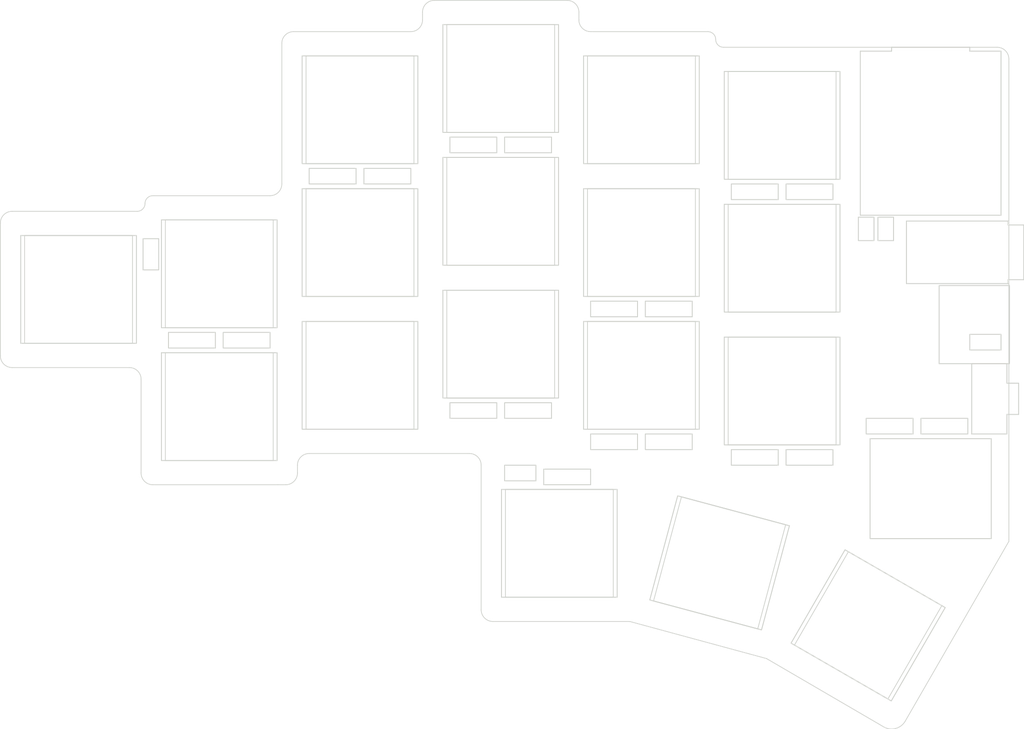
<source format=kicad_pcb>
(kicad_pcb (version 20211014) (generator pcbnew)
  (layers (0 "F.Cu" signal) (31 "B.Cu" signal) (34 "B.Paste" user) (35 "F.Paste" user) (36 "B.SilkS" user "B.Silkscreen") (37 "F.SilkS" user "F.Silkscreen") (38 "B.Mask" user) (39 "F.Mask" user) (44 "Edge.Cuts" user))
  (net 0 "")
  (footprint "zzkeeb:Switch_ChocV1-cutout-top" (layer "F.Cu") (at 149.5 66)
    (fp_text reference "SW4" hide)
    (fp_text value "SW_PUSH" hide)
    (fp_rect (start -6.9 -6.9) (end 6.9 6.9) (layer "Edge.Cuts") (width 0.1) (fill none))
    (fp_rect (start -7.4 -6.9) (end 7.4 6.9) (layer "Edge.Cuts") (width 0.12) (fill none))
  )
  (footprint "zzkeeb:Diode_1N4148-SOD123-cutout" (layer "F.Cu") (at 99 95.5 180)
    (fp_text reference "D6" hide)
    (fp_text value "D_Small" hide)
    (fp_rect (start -3 -1) (end 3 1) (layer "Edge.Cuts") (width 0.12) (fill none))
  )
  (footprint "zzkeeb:Diode_1N4148-SOD123-cutout" (layer "F.Cu") (at 171 110.5 180)
    (fp_text reference "D18" hide)
    (fp_text value "D_Small" hide)
    (fp_rect (start -3 -1) (end 3 1) (layer "Edge.Cuts") (width 0.12) (fill none))
  )
  (footprint "zzkeeb:Diode_1N4148-SOD123-cutout" (layer "F.Cu") (at 153 108.5 180)
    (fp_text reference "D14" hide)
    (fp_text value "D_Small" hide)
    (fp_rect (start -3 -1) (end 3 1) (layer "Edge.Cuts") (width 0.12) (fill none))
  )
  (footprint "zzkeeb:Connector_JST-1x02-2.00mm-cutout" (layer "F.Cu") (at 194.5 95.75 180)
    (fp_text reference "BATTCONN3" hide)
    (fp_text value "Conn_01x02_Female" hide)
    (fp_rect (start -1 -1) (end 3 1) (layer "Edge.Cuts") (width 0.12) (fill none))
  )
  (footprint "zzkeeb:Switch_SPDT-PCM12-cutout" (layer "F.Cu") (at 194.25 103 90)
    (fp_text reference "BATTSW1" hide)
    (fp_text value "SW_SPDT" hide)
    (fp_line (start 2 3.5) (end 2 2) (layer "Edge.Cuts") (width 0.12))
    (fp_line (start 4.5 -2.5) (end -4.5 -2.5) (layer "Edge.Cuts") (width 0.12))
    (fp_line (start -4.5 -2.5) (end -4.5 2) (layer "Edge.Cuts") (width 0.12))
    (fp_line (start 4.5 2) (end 4.5 -2.5) (layer "Edge.Cuts") (width 0.12))
    (fp_line (start 2 2) (end 4.5 2) (layer "Edge.Cuts") (width 0.12))
    (fp_line (start -2 2) (end -2 3.5) (layer "Edge.Cuts") (width 0.12))
    (fp_line (start -4.5 2) (end -2 2) (layer "Edge.Cuts") (width 0.12))
    (fp_line (start -2 3.5) (end 2 3.5) (layer "Edge.Cuts") (width 0.12))
  )
  (footprint "zzkeeb:Switch_ChocV1-cutout-top" (layer "F.Cu") (at 149.5 83)
    (fp_text reference "SW9" hide)
    (fp_text value "SW_PUSH" hide)
    (fp_rect (start -7.4 -6.9) (end 7.4 6.9) (layer "Edge.Cuts") (width 0.12) (fill none))
    (fp_rect (start -6.9 -6.9) (end 6.9 6.9) (layer "Edge.Cuts") (width 0.1) (fill none))
  )
  (footprint "zzkeeb:Switch_ChocV1-cutout-top" (layer "F.Cu") (at 167.5 102)
    (fp_text reference "SW15" hide)
    (fp_text value "SW_PUSH" hide)
    (fp_rect (start -6.9 -6.9) (end 6.9 6.9) (layer "Edge.Cuts") (width 0.1) (fill none))
    (fp_rect (start -7.4 -6.9) (end 7.4 6.9) (layer "Edge.Cuts") (width 0.12) (fill none))
  )
  (footprint "zzkeeb:Diode_1N4148-SOD123-cutout" (layer "F.Cu") (at 110 74.5 180)
    (fp_text reference "D2" hide)
    (fp_text value "D_Small" hide)
    (fp_rect (start -3 -1) (end 3 1) (layer "Edge.Cuts") (width 0.12) (fill none))
  )
  (footprint "zzkeeb:Connector_JST-1x02-2.00mm-cutout" (layer "F.Cu") (at 86.75 85.5 90)
    (fp_text reference "BATTCONN2" hide)
    (fp_text value "Conn_01x02_Female" hide)
    (fp_rect (start -1 -1) (end 3 1) (layer "Edge.Cuts") (width 0.12) (fill none))
  )
  (footprint "zzkeeb:Diode_1N4148-SOD123-cutout" (layer "F.Cu") (at 164 76.5 180)
    (fp_text reference "D4" hide)
    (fp_text value "D_Small" hide)
    (fp_rect (start -3 -1) (end 3 1) (layer "Edge.Cuts") (width 0.12) (fill none))
  )
  (footprint "zzkeeb:Switch_ChocV1-cutout-top" (layer "F.Cu") (at 149.5 100)
    (fp_text reference "SW14" hide)
    (fp_text value "SW_PUSH" hide)
    (fp_rect (start -7.4 -6.9) (end 7.4 6.9) (layer "Edge.Cuts") (width 0.12) (fill none))
    (fp_rect (start -6.9 -6.9) (end 6.9 6.9) (layer "Edge.Cuts") (width 0.1) (fill none))
  )
  (footprint "zzkeeb:Connector_HRO-TYPE-C-31-M-12-cutout" (layer "F.Cu") (at 196.585 93.5 90)
    (fp_text reference "USB1" hide)
    (fp_text value "HRO-TYPE-C-31-M-12" hide)
    (fp_rect (start -5 -9) (end 5 0) (layer "Edge.Cuts") (width 0.12) (fill none))
  )
  (footprint "zzkeeb:RotaryEncoder_EC11-cutout-top-wide" (layer "F.Cu") (at 186.5 114.5)
    (fp_text reference "RE1" hide)
    (fp_text value "RotaryEncoder_Switch" hide)
    (fp_rect (start -7.75 -6.4) (end 7.75 6.4) (layer "Edge.Cuts") (width 0.12) (fill none))
  )
  (footprint "zzkeeb:Switch_ChocV1-cutout-top" (layer "F.Cu") (at 95.5 104)
    (fp_text reference "SW11" hide)
    (fp_text value "SW_PUSH" hide)
    (fp_rect (start -7.4 -6.9) (end 7.4 6.9) (layer "Edge.Cuts") (width 0.12) (fill none))
    (fp_rect (start -6.9 -6.9) (end 6.9 6.9) (layer "Edge.Cuts") (width 0.1) (fill none))
  )
  (footprint "zzkeeb:Diode_1N4148-SOD123-cutout" (layer "F.Cu") (at 128 70.5 180)
    (fp_text reference "D3" hide)
    (fp_text value "D_Small" hide)
    (fp_rect (start -3 -1) (end 3 1) (layer "Edge.Cuts") (width 0.12) (fill none))
  )
  (footprint "zzkeeb:Switch_ChocV1-cutout-top" (layer "F.Cu") (at 95.5 87)
    (fp_text reference "SW6" hide)
    (fp_text value "SW_PUSH" hide)
    (fp_rect (start -7.4 -6.9) (end 7.4 6.9) (layer "Edge.Cuts") (width 0.12) (fill none))
    (fp_rect (start -6.9 -6.9) (end 6.9 6.9) (layer "Edge.Cuts") (width 0.1) (fill none))
  )
  (footprint "zzkeeb:Switch_ChocV1-cutout-top" (layer "F.Cu") (at 113.5 66)
    (fp_text reference "SW2" hide)
    (fp_text value "SW_PUSH" hide)
    (fp_rect (start -7.4 -6.9) (end 7.4 6.9) (layer "Edge.Cuts") (width 0.12) (fill none))
    (fp_rect (start -6.9 -6.9) (end 6.9 6.9) (layer "Edge.Cuts") (width 0.1) (fill none))
  )
  (footprint "zzkeeb:Switch_ChocV1-cutout-top" (layer "F.Cu") (at 139 121.5)
    (fp_text reference "SW16" hide)
    (fp_text value "SW_PUSH" hide)
    (fp_rect (start -6.9 -6.9) (end 6.9 6.9) (layer "Edge.Cuts") (width 0.1) (fill none))
    (fp_rect (start -7.4 -6.9) (end 7.4 6.9) (layer "Edge.Cuts") (width 0.12) (fill none))
  )
  (footprint "zzkeeb:Diode_1N4148-SOD123-cutout" (layer "F.Cu") (at 171 76.5 180)
    (fp_text reference "D5" hide)
    (fp_text value "D_Small" hide)
    (fp_rect (start -3 -1) (end 3 1) (layer "Edge.Cuts") (width 0.12) (fill none))
  )
  (footprint "zzkeeb:Switch_ChocV1-cutout-top" (layer "F.Cu") (at 77.5 89)
    (fp_text reference "SW1" hide)
    (fp_text value "SW_PUSH" hide)
    (fp_rect (start -7.4 -6.9) (end 7.4 6.9) (layer "Edge.Cuts") (width 0.12) (fill none))
    (fp_rect (start -6.9 -6.9) (end 6.9 6.9) (layer "Edge.Cuts") (width 0.1) (fill none))
  )
  (footprint "zzkeeb:Diode_1N4148-SOD123-cutout" (layer "F.Cu") (at 117 74.5 180)
    (fp_text reference "D7" hide)
    (fp_text value "D_Small" hide)
    (fp_rect (start -3 -1) (end 3 1) (layer "Edge.Cuts") (width 0.12) (fill none))
  )
  (footprint "zzkeeb:Diode_1N4148-SOD123-cutout" (layer "F.Cu") (at 140 113 180)
    (fp_text reference "D16" hide)
    (fp_text value "D_Small" hide)
    (fp_rect (start -3 -1) (end 3 1) (layer "Edge.Cuts") (width 0.12) (fill none))
  )
  (footprint "zzkeeb:Diode_1N4148-SOD123-cutout" (layer "F.Cu") (at 181.25 106.5 180)
    (fp_text reference "D15" hide)
    (fp_text value "D_Small" hide)
    (fp_rect (start -3 -1) (end 3 1) (layer "Edge.Cuts") (width 0.12) (fill none))
  )
  (footprint "zzkeeb:Diode_1N4148-SOD123-cutout" (layer "F.Cu") (at 135 104.5 180)
    (fp_text reference "D12" hide)
    (fp_text value "D_Small" hide)
    (fp_rect (start -3 -1) (end 3 1) (layer "Edge.Cuts") (width 0.12) (fill none))
  )
  (footprint "zzkeeb:Connector_TRRS-cutout-top-resersible" (layer "F.Cu") (at 196.4 84.25 -90)
    (fp_text reference "J1" hide)
    (fp_text value "Cutout_TRRS_resersible" hide)
    (fp_line (start -4 0) (end -3.5 0) (layer "Edge.Cuts") (width 0.12))
    (fp_line (start 3.5 -2) (end 3.5 0) (layer "Edge.Cuts") (width 0.12))
    (fp_line (start -4 13) (end -4 0) (layer "Edge.Cuts") (width 0.12))
    (fp_line (start -3.5 -2) (end 3.5 -2) (layer "Edge.Cuts") (width 0.12))
    (fp_line (start -3.5 0) (end -3.5 -2) (layer "Edge.Cuts") (width 0.12))
    (fp_line (start 4 13) (end -4 13) (layer "Edge.Cuts") (width 0.12))
    (fp_line (start 3.5 0) (end 4 0) (layer "Edge.Cuts") (width 0.12))
    (fp_line (start 4 0) (end 4 13) (layer "Edge.Cuts") (width 0.12))
  )
  (footprint "zzkeeb:Switch_ChocV1-cutout-top" (layer "F.Cu") (at 131.5 62)
    (fp_text reference "SW3" hide)
    (fp_text value "SW_PUSH" hide)
    (fp_rect (start -7.4 -6.9) (end 7.4 6.9) (layer "Edge.Cuts") (width 0.12) (fill none))
    (fp_rect (start -6.9 -6.9) (end 6.9 6.9) (layer "Edge.Cuts") (width 0.1) (fill none))
  )
  (footprint "zzkeeb:Switch_ChocV1-cutout-top" (layer "F.Cu") (at 113.5 83)
    (fp_text reference "SW7" hide)
    (fp_text value "SW_PUSH" hide)
    (fp_rect (start -7.4 -6.9) (end 7.4 6.9) (layer "Edge.Cuts") (width 0.12) (fill none))
    (fp_rect (start -6.9 -6.9) (end 6.9 6.9) (layer "Edge.Cuts") (width 0.1) (fill none))
  )
  (footprint "zzkeeb:Diode_1N4148-SOD123-cutout" (layer "F.Cu") (at 135 70.5 180)
    (fp_text reference "D8" hide)
    (fp_text value "D_Small" hide)
    (fp_rect (start -3 -1) (end 3 1) (layer "Edge.Cuts") (width 0.12) (fill none))
  )
  (footprint "zzkeeb:Switch_ChocV1-cutout-top" (layer "F.Cu") (at 159.5 124 -15)
    (fp_text reference "SW17" hide)
    (fp_text value "SW_PUSH" hide)
    (fp_rect (start -7.4 -6.9) (end 7.4 6.9) (layer "Edge.Cuts") (width 0.12) (fill none))
    (fp_rect (start -6.9 -6.9) (end 6.9 6.9) (layer "Edge.Cuts") (width 0.1) (fill none))
  )
  (footprint "zzkeeb:Diode_1N4148-SOD123-cutout" (layer "F.Cu") (at 164 110.5 180)
    (fp_text reference "D17" hide)
    (fp_text value "D_Small" hide)
    (fp_rect (start -3 -1) (end 3 1) (layer "Edge.Cuts") (width 0.12) (fill none))
  )
  (footprint "zzkeeb:Switch_ChocV1-cutout-top" (layer "F.Cu") (at 167.5 68)
    (fp_text reference "SW5" hide)
    (fp_text value "SW_PUSH" hide)
    (fp_rect (start -6.9 -6.9) (end 6.9 6.9) (layer "Edge.Cuts") (width 0.1) (fill none))
    (fp_rect (start -7.4 -6.9) (end 7.4 6.9) (layer "Edge.Cuts") (width 0.12) (fill none))
  )
  (footprint "zzkeeb:Diode_1N4148-SOD123-cutout" (layer "F.Cu") (at 146 91.5 180)
    (fp_text reference "D9" hide)
    (fp_text value "D_Small" hide)
    (fp_rect (start -3 -1) (end 3 1) (layer "Edge.Cuts") (width 0.12) (fill none))
  )
  (footprint "zzkeeb:Diode_1N4148-SOD123-cutout" (layer "F.Cu") (at 128 104.5 180)
    (fp_text reference "D11" hide)
    (fp_text value "D_Small" hide)
    (fp_rect (start -3 -1) (end 3 1) (layer "Edge.Cuts") (width 0.12) (fill none))
  )
  (footprint "zzkeeb:Diode_1N4148-SOD123-cutout" (layer "F.Cu") (at 146 108.5 180)
    (fp_text reference "D13" hide)
    (fp_text value "D_Small" hide)
    (fp_rect (start -3 -1) (end 3 1) (layer "Edge.Cuts") (width 0.12) (fill none))
  )
  (footprint "zzkeeb:Switch_ChocV1-cutout-top" (layer "F.Cu") (at 113.5 100)
    (fp_text reference "SW12" hide)
    (fp_text value "SW_PUSH" hide)
    (fp_rect (start -6.9 -6.9) (end 6.9 6.9) (layer "Edge.Cuts") (width 0.1) (fill none))
    (fp_rect (start -7.4 -6.9) (end 7.4 6.9) (layer "Edge.Cuts") (width 0.12) (fill none))
  )
  (footprint "zzkeeb:Switch_ChocV1-cutout-top" (layer "F.Cu") (at 131.5 96)
    (fp_text reference "SW13" hide)
    (fp_text value "SW_PUSH" hide)
    (fp_rect (start -7.4 -6.9) (end 7.4 6.9) (layer "Edge.Cuts") (width 0.12) (fill none))
    (fp_rect (start -6.9 -6.9) (end 6.9 6.9) (layer "Edge.Cuts") (width 0.1) (fill none))
  )
  (footprint "zzkeeb:Switch_ChocV1-cutout-top" (layer "F.Cu") (at 178.5 132 -30)
    (fp_text reference "SW18" hide)
    (fp_text value "SW_PUSH" hide)
    (fp_rect (start -7.4 -6.9) (end 7.4 6.9) (layer "Edge.Cuts") (width 0.12) (fill none))
    (fp_rect (start -6.9 -6.9) (end 6.9 6.9) (layer "Edge.Cuts") (width 0.1) (fill none))
  )
  (footprint "zzkeeb:Diode_1N4148-SOD123-cutout" (layer "F.Cu") (at 188.25 106.5 180)
    (fp_text reference "D19" hide)
    (fp_text value "D_Small" hide)
    (fp_rect (start -3 -1) (end 3 1) (layer "Edge.Cuts") (width 0.12) (fill none))
  )
  (footprint "zzkeeb:Diode_1N4148-SOD123-cutout" (layer "F.Cu") (at 153 91.5 180)
    (fp_text reference "D10" hide)
    (fp_text value "D_Small" hide)
    (fp_rect (start -3 -1) (end 3 1) (layer "Edge.Cuts") (width 0.12) (fill none))
  )
  (footprint "zzkeeb:Switch_ChocV1-cutout-top" (layer "F.Cu") (at 131.5 79)
    (fp_text reference "SW8" hide)
    (fp_text value "SW_PUSH" hide)
    (fp_rect (start -7.4 -6.9) (end 7.4 6.9) (layer "Edge.Cuts") (width 0.12) (fill none))
    (fp_rect (start -6.9 -6.9) (end 6.9 6.9) (layer "Edge.Cuts") (width 0.1) (fill none))
  )
  (footprint "zzkeeb:Switch_ChocV1-cutout-top" (layer "F.Cu") (at 167.5 85)
    (fp_text reference "SW10" hide)
    (fp_text value "SW_PUSH" hide)
    (fp_rect (start -7.4 -6.9) (end 7.4 6.9) (layer "Edge.Cuts") (width 0.12) (fill none))
    (fp_rect (start -6.9 -6.9) (end 6.9 6.9) (layer "Edge.Cuts") (width 0.1) (fill none))
  )
  (footprint "zzkeeb:Diode_1N4148-SOD123-cutout" (layer "F.Cu") (at 92 95.5 180)
    (fp_text reference "D1" hide)
    (fp_text value "D_Small" hide)
    (fp_rect (start -3 -1) (end 3 1) (layer "Edge.Cuts") (width 0.12) (fill none))
  )
  (footprint "zzkeeb:Connector_JST-1x02-2.00mm-cutout" (layer "F.Cu") (at 135 112.5 180)
    (fp_text reference "BATTCONN1" hide)
    (fp_text value "Conn_01x02_Female" hide)
    (fp_rect (start -1 -1) (end 3 1) (layer "Edge.Cuts") (width 0.12) (fill none))
  )
  (footprint "zzkeeb:MCU_xiao-cutout" (layer "B.Cu") (at 186.5 69 180)
    (fp_text reference "U1" hide)
    (fp_text value "xiao-ble" hide)
    (fp_line (start 5 11) (end -5 11) (layer "Edge.Cuts") (width 0.12))
    (fp_line (start -9 10.5) (end -9 -10.5) (layer "Edge.Cuts") (width 0.12))
    (fp_line (start -9 -10.5) (end 9 -10.5) (layer "Edge.Cuts") (width 0.12))
    (fp_line (start 9 -10.5) (end 9 10.5) (layer "Edge.Cuts") (width 0.12))
    (fp_line (start -5 11) (end -5 10.5) (layer "Edge.Cuts") (width 0.12))
    (fp_line (start 5 10.5) (end 5 11) (layer "Edge.Cuts") (width 0.12))
    (fp_line (start 9 10.5) (end 5 10.5) (layer "Edge.Cuts") (width 0.12))
    (fp_line (start -5 10.5) (end -9 10.5) (layer "Edge.Cuts") (width 0.12))
  )
  (footprint "zzkeeb:SolderJumper-1.3mm-cutout" (layer "B.Cu") (at 178.25 81.25 -90)
    (fp_text reference "JP1" hide)
    (fp_text value "SolderJumper_2_Open" hide)
    (fp_rect (start -1.5 1) (end 1.5 -1) (layer "Edge.Cuts") (width 0.12) (fill none))
  )
  (footprint "zzkeeb:SolderJumper-1.3mm-cutout" (layer "B.Cu") (at 180.75 81.25 90)
    (fp_text reference "JP2" hide)
    (fp_text value "SolderJumper_2_Open" hide)
    (fp_rect (start -1.5 1) (end 1.5 -1) (layer "Edge.Cuts") (width 0.12) (fill none))
  )
  (gr_line (start 196.5 59.5) (end 196.5 121.25) (layer "Edge.Cuts") (width 0.1))
  (gr_line (start 67.5 80.5) (end 67.5 97.5) (layer "Edge.Cuts") (width 0.1))
  (gr_line (start 148 131.5) (end 165.5 136.25) (layer "Edge.Cuts") (width 0.1))
  (gr_line (start 105.5 111.5) (end 105.5 112.5) (layer "Edge.Cuts") (width 0.1))
  (gr_line (start 87 114) (end 103 114) (layer "Edge.Cuts") (width 0.1))
  (gr_arc (start 158 56) (mid 158.707107 56.292893) (end 159 57) (layer "Edge.Cuts") (width 0.1))
  (gr_arc (start 127.5 110) (mid 128.56066 110.43934) (end 129 111.5) (layer "Edge.Cuts") (width 0.1))
  (gr_line (start 165.5 136.25) (end 180.5 145) (layer "Edge.Cuts") (width 0.1))
  (gr_line (start 129 130) (end 129 111.5) (layer "Edge.Cuts") (width 0.1))
  (gr_arc (start 87 114) (mid 85.93934 113.56066) (end 85.5 112.5) (layer "Edge.Cuts") (width 0.1))
  (gr_arc (start 105.5 111.5) (mid 105.93934 110.43934) (end 107 110) (layer "Edge.Cuts") (width 0.1))
  (gr_arc (start 103.5 57.5) (mid 103.93934 56.43934) (end 105 56) (layer "Edge.Cuts") (width 0.1))
  (gr_line (start 121.5 53.5) (end 121.5 54.5) (layer "Edge.Cuts") (width 0.1))
  (gr_arc (start 160 58) (mid 159.292893 57.707107) (end 159 57) (layer "Edge.Cuts") (width 0.1))
  (gr_arc (start 67.5 80.5) (mid 67.93934 79.43934) (end 69 79) (layer "Edge.Cuts") (width 0.1))
  (gr_arc (start 183.25 144.25) (mid 182.03033 145.194544) (end 180.5 145) (layer "Edge.Cuts") (width 0.1))
  (gr_arc (start 140 52) (mid 141.06066 52.43934) (end 141.5 53.5) (layer "Edge.Cuts") (width 0.1))
  (gr_arc (start 130.5 131.5) (mid 129.43934 131.06066) (end 129 130) (layer "Edge.Cuts") (width 0.1))
  (gr_arc (start 86 78) (mid 85.707107 78.707107) (end 85 79) (layer "Edge.Cuts") (width 0.1))
  (gr_arc (start 103.5 75.5) (mid 103.06066 76.56066) (end 102 77) (layer "Edge.Cuts") (width 0.1))
  (gr_arc (start 121.5 53.5) (mid 121.93934 52.43934) (end 123 52) (layer "Edge.Cuts") (width 0.1))
  (gr_arc (start 84 99) (mid 85.06066 99.43934) (end 85.5 100.5) (layer "Edge.Cuts") (width 0.1))
  (gr_line (start 85.5 100.5) (end 85.5 112.5) (layer "Edge.Cuts") (width 0.1))
  (gr_arc (start 69 99) (mid 67.93934 98.56066) (end 67.5 97.5) (layer "Edge.Cuts") (width 0.1))
  (gr_line (start 141.5 53.5) (end 141.5 54.5) (layer "Edge.Cuts") (width 0.1))
  (gr_line (start 102 77) (end 87 77) (layer "Edge.Cuts") (width 0.1))
  (gr_line (start 69 99) (end 84 99) (layer "Edge.Cuts") (width 0.1))
  (gr_arc (start 105.5 112.5) (mid 105.06066 113.56066) (end 104 114) (layer "Edge.Cuts") (width 0.1))
  (gr_line (start 107 110) (end 127.5 110) (layer "Edge.Cuts") (width 0.1))
  (gr_line (start 120 56) (end 105 56) (layer "Edge.Cuts") (width 0.1))
  (gr_line (start 69 79) (end 85 79) (layer "Edge.Cuts") (width 0.1))
  (gr_line (start 143 56) (end 158 56) (layer "Edge.Cuts") (width 0.1))
  (gr_line (start 123 52) (end 140 52) (layer "Edge.Cuts") (width 0.1))
  (gr_arc (start 86 78) (mid 86.292893 77.292893) (end 87 77) (layer "Edge.Cuts") (width 0.1))
  (gr_line (start 103 114) (end 104 114) (layer "Edge.Cuts") (width 0.1))
  (gr_line (start 183.25 144.25) (end 196.5 121.25) (layer "Edge.Cuts") (width 0.1))
  (gr_arc (start 195 58) (mid 196.06066 58.43934) (end 196.5 59.5) (layer "Edge.Cuts") (width 0.1))
  (gr_line (start 160 58) (end 195 58) (layer "Edge.Cuts") (width 0.1))
  (gr_arc (start 121.5 54.5) (mid 121.06066 55.56066) (end 120 56) (layer "Edge.Cuts") (width 0.1))
  (gr_line (start 103.5 57.5) (end 103.5 75.5) (layer "Edge.Cuts") (width 0.1))
  (gr_line (start 130.5 131.5) (end 148 131.5) (layer "Edge.Cuts") (width 0.1))
  (gr_arc (start 143 56) (mid 141.93934 55.56066) (end 141.5 54.5) (layer "Edge.Cuts") (width 0.1))
)
</source>
